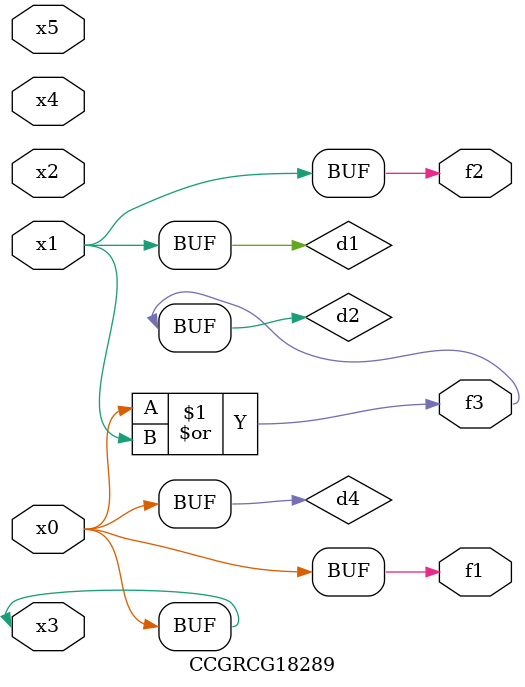
<source format=v>
module CCGRCG18289(
	input x0, x1, x2, x3, x4, x5,
	output f1, f2, f3
);

	wire d1, d2, d3, d4;

	and (d1, x1);
	or (d2, x0, x1);
	nand (d3, x0, x5);
	buf (d4, x0, x3);
	assign f1 = d4;
	assign f2 = d1;
	assign f3 = d2;
endmodule

</source>
